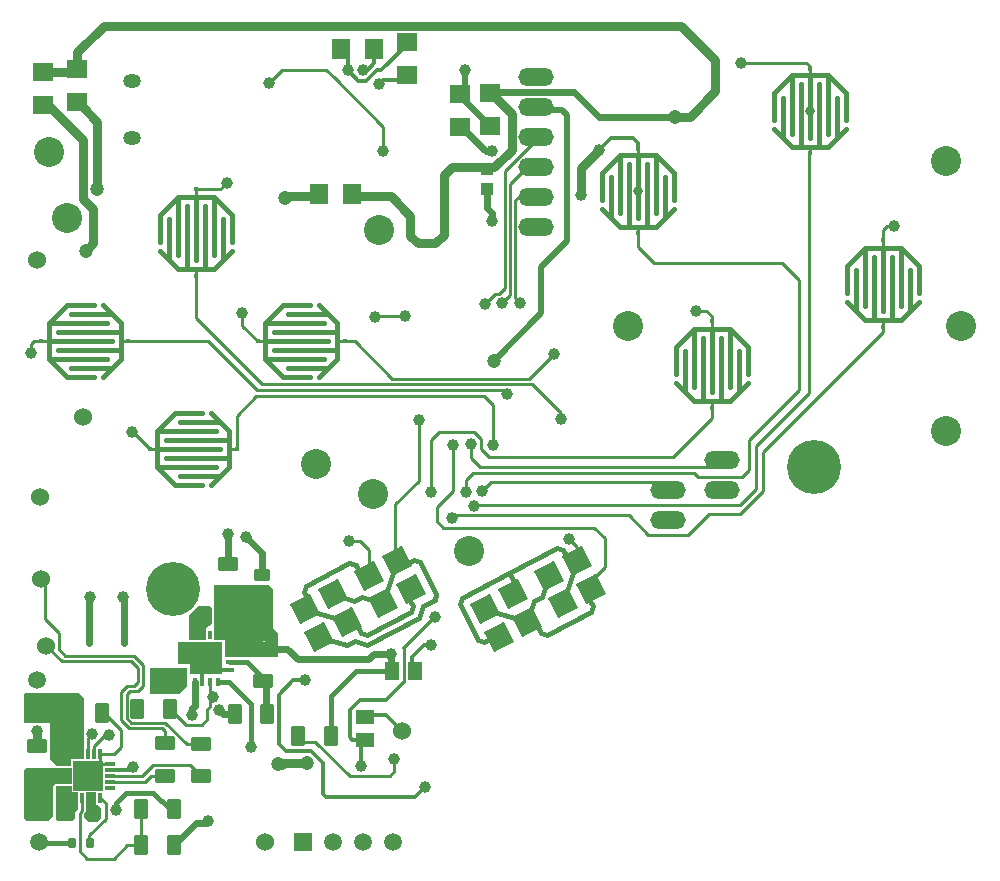
<source format=gtl>
G04 Layer_Physical_Order=1*
G04 Layer_Color=658098*
%FSLAX44Y44*%
%MOMM*%
G71*
G01*
G75*
%ADD10R,1.8001X1.5999*%
%ADD11C,1.5240*%
%ADD12R,0.4000X0.4000*%
%ADD13R,0.4000X0.4064*%
%ADD14R,0.4064X0.4000*%
G04:AMPARAMS|DCode=15|XSize=1.75mm|YSize=1.25mm|CornerRadius=0.3125mm|HoleSize=0mm|Usage=FLASHONLY|Rotation=270.000|XOffset=0mm|YOffset=0mm|HoleType=Round|Shape=RoundedRectangle|*
%AMROUNDEDRECTD15*
21,1,1.7500,0.6250,0,0,270.0*
21,1,1.1250,1.2500,0,0,270.0*
1,1,0.6250,-0.3125,-0.5625*
1,1,0.6250,-0.3125,0.5625*
1,1,0.6250,0.3125,0.5625*
1,1,0.6250,0.3125,-0.5625*
%
%ADD15ROUNDEDRECTD15*%
G04:AMPARAMS|DCode=16|XSize=1.75mm|YSize=1.25mm|CornerRadius=0.3125mm|HoleSize=0mm|Usage=FLASHONLY|Rotation=0.000|XOffset=0mm|YOffset=0mm|HoleType=Round|Shape=RoundedRectangle|*
%AMROUNDEDRECTD16*
21,1,1.7500,0.6250,0,0,0.0*
21,1,1.1250,1.2500,0,0,0.0*
1,1,0.6250,0.5625,-0.3125*
1,1,0.6250,-0.5625,-0.3125*
1,1,0.6250,-0.5625,0.3125*
1,1,0.6250,0.5625,0.3125*
%
%ADD16ROUNDEDRECTD16*%
G04:AMPARAMS|DCode=17|XSize=0.6mm|YSize=0.9mm|CornerRadius=0.15mm|HoleSize=0mm|Usage=FLASHONLY|Rotation=0.000|XOffset=0mm|YOffset=0mm|HoleType=Round|Shape=RoundedRectangle|*
%AMROUNDEDRECTD17*
21,1,0.6000,0.6000,0,0,0.0*
21,1,0.3000,0.9000,0,0,0.0*
1,1,0.3000,0.1500,-0.3000*
1,1,0.3000,-0.1500,-0.3000*
1,1,0.3000,-0.1500,0.3000*
1,1,0.3000,0.1500,0.3000*
%
%ADD17ROUNDEDRECTD17*%
%ADD18R,1.3000X1.5001*%
%ADD19R,1.5001X1.3000*%
G04:AMPARAMS|DCode=20|XSize=1.4mm|YSize=1.1mm|CornerRadius=0.275mm|HoleSize=0mm|Usage=FLASHONLY|Rotation=0.000|XOffset=0mm|YOffset=0mm|HoleType=Round|Shape=RoundedRectangle|*
%AMROUNDEDRECTD20*
21,1,1.4000,0.5500,0,0,0.0*
21,1,0.8500,1.1000,0,0,0.0*
1,1,0.5500,0.4250,-0.2750*
1,1,0.5500,-0.4250,-0.2750*
1,1,0.5500,-0.4250,0.2750*
1,1,0.5500,0.4250,0.2750*
%
%ADD20ROUNDEDRECTD20*%
%ADD21P,2.6941X4X72.5*%
%ADD22R,1.5999X1.8001*%
%ADD23R,1.0000X1.1001*%
%ADD24R,0.3500X0.8000*%
%ADD25R,0.8000X0.3500*%
%ADD26R,2.8000X2.8000*%
%ADD27R,0.3050X0.8130*%
%ADD28R,0.8130X0.3050*%
%ADD29R,2.5000X2.5000*%
%ADD30C,0.3000*%
%ADD31C,0.2540*%
%ADD32C,0.8000*%
%ADD33C,0.6000*%
%ADD34C,0.5000*%
%ADD35C,0.4064*%
%ADD36C,0.3500*%
%ADD37C,0.4000*%
%ADD38O,1.5000X1.2000*%
%ADD39O,3.0000X1.5000*%
%ADD40C,2.5400*%
%ADD41C,4.5720*%
%ADD42C,1.5000*%
%ADD43R,1.5000X1.5000*%
%ADD44R,1.5000X1.5000*%
%ADD45C,1.0000*%
%ADD46C,1.2000*%
%ADD47C,0.8000*%
%ADD48C,0.5000*%
G36*
X417000Y299500D02*
Y286462D01*
X412500Y283000D01*
Y282524D01*
X412476D01*
Y272750D01*
X398500D01*
X398250Y273000D01*
X398000Y273250D01*
Y285500D01*
Y293500D01*
X406000Y301500D01*
X415000D01*
X417000Y299500D01*
D02*
G37*
G36*
X469000Y315500D02*
X469000Y282250D01*
X473500Y277750D01*
X473500Y259250D01*
X472000Y258500D01*
X428024Y258500D01*
Y272524D01*
X428000D01*
Y272750D01*
X419024D01*
Y282524D01*
X419000D01*
Y288000D01*
Y318750D01*
X465750D01*
X469000Y315500D01*
D02*
G37*
G36*
X399933Y251951D02*
X388500Y251951D01*
X388500Y271000D01*
X399933D01*
X399933Y251951D01*
D02*
G37*
G36*
X396500Y233750D02*
X389750Y227000D01*
X364604D01*
X364500Y227250D01*
Y249000D01*
X396500D01*
Y233750D01*
D02*
G37*
G36*
X309250Y223000D02*
Y171504D01*
X298396D01*
Y171500D01*
X298250D01*
Y165756D01*
X286243D01*
X280250Y171750D01*
X280250Y202250D01*
X258959Y202250D01*
X258000Y203209D01*
Y226500D01*
X259500Y228000D01*
X304250Y228000D01*
X309250Y223000D01*
D02*
G37*
G36*
X298396Y150900D02*
X285500D01*
X285139Y150750D01*
X284750D01*
X284475Y150475D01*
X284334Y150416D01*
X284275Y150275D01*
X282500Y148500D01*
Y145250D01*
Y123000D01*
X278500Y119000D01*
X261000D01*
X258250Y121250D01*
Y162500D01*
X258750Y163000D01*
X260041Y164107D01*
X260041Y164107D01*
Y164107D01*
X298396D01*
Y150900D01*
D02*
G37*
G36*
Y143456D02*
X304250D01*
X304250Y129500D01*
X301500Y126750D01*
X301500Y121599D01*
X299750Y119492D01*
X287008D01*
X285500Y121000D01*
Y148500D01*
Y149250D01*
X298396D01*
Y143456D01*
D02*
G37*
G36*
X319531Y133091D02*
X320909D01*
X323500Y130500D01*
X323500Y121529D01*
X319971Y118000D01*
X312250D01*
X309250Y122500D01*
X309250Y125744D01*
X309354Y125848D01*
X309354Y125848D01*
X309972Y126772D01*
X310011Y126967D01*
X310500Y127750D01*
Y143456D01*
X319531D01*
Y133091D01*
D02*
G37*
%LPC*%
G36*
X461500Y271363D02*
X459735Y271012D01*
X458238Y270012D01*
X457239Y268515D01*
X457061Y267622D01*
X456488Y266765D01*
X456137Y265000D01*
X456488Y263235D01*
X457488Y261738D01*
X458985Y260739D01*
X460750Y260387D01*
X463250D01*
X465015Y260739D01*
X466512Y261738D01*
X467511Y263235D01*
X467863Y265000D01*
X467511Y266765D01*
X466512Y268262D01*
X464762Y270012D01*
X463265Y271012D01*
X461500Y271363D01*
D02*
G37*
G36*
X296250Y215353D02*
X294680Y215040D01*
X293349Y214151D01*
X292460Y212820D01*
X292147Y211250D01*
X292460Y209680D01*
X293349Y208349D01*
X294099Y207599D01*
X295430Y206709D01*
X297000Y206397D01*
X298570Y206709D01*
X299901Y207599D01*
X300791Y208930D01*
X301103Y210500D01*
X300791Y212070D01*
X299901Y213401D01*
X299151Y214151D01*
X297820Y215040D01*
X296250Y215353D01*
D02*
G37*
%LPD*%
D10*
X627250Y707000D02*
D03*
Y735001D02*
D03*
X303000Y728250D02*
D03*
Y756251D02*
D03*
X582750Y779000D02*
D03*
Y751000D02*
D03*
X274250Y753251D02*
D03*
Y725249D02*
D03*
X652750Y735751D02*
D03*
Y707749D02*
D03*
D11*
X578500Y195750D02*
D03*
X277000Y267750D02*
D03*
X272500Y324250D02*
D03*
X462250Y101750D02*
D03*
X272000Y393250D02*
D03*
X307750Y461000D02*
D03*
X268750Y594250D02*
D03*
D12*
X778250Y617440D02*
D03*
Y688560D02*
D03*
X923250Y684440D02*
D03*
Y755560D02*
D03*
D13*
X403750Y580420D02*
D03*
Y654080D02*
D03*
X840750Y468670D02*
D03*
Y542330D02*
D03*
X985520Y537210D02*
D03*
Y610870D02*
D03*
D14*
X529580Y525750D02*
D03*
X455920D02*
D03*
X346580Y526000D02*
D03*
X272920D02*
D03*
X438080Y434250D02*
D03*
X364420D02*
D03*
D15*
X490500Y191500D02*
D03*
X518000D02*
D03*
X324500Y210500D02*
D03*
X297000D02*
D03*
X381500Y214250D02*
D03*
X354000D02*
D03*
X464000Y209750D02*
D03*
X436500D02*
D03*
X385000Y99250D02*
D03*
X357500D02*
D03*
X385000Y129000D02*
D03*
X357500D02*
D03*
D16*
X430500Y309750D02*
D03*
Y337250D02*
D03*
X377500Y185000D02*
D03*
Y157500D02*
D03*
X408250Y184500D02*
D03*
Y157000D02*
D03*
X460750Y265000D02*
D03*
Y237500D02*
D03*
X269500Y155000D02*
D03*
Y182500D02*
D03*
D17*
X298750Y100250D02*
D03*
X313750D02*
D03*
D18*
X570000Y246250D02*
D03*
X589000D02*
D03*
D19*
X546500Y188250D02*
D03*
Y207250D02*
D03*
D20*
X460000Y327500D02*
D03*
Y310000D02*
D03*
D21*
X738442Y315743D02*
D03*
X726127Y339400D02*
D03*
X550070Y327085D02*
D03*
X573727Y339400D02*
D03*
X660713Y275280D02*
D03*
X684370Y287595D02*
D03*
X648398Y298937D02*
D03*
X672055Y311252D02*
D03*
X714785Y303428D02*
D03*
X738442Y315743D02*
D03*
X702470Y327085D02*
D03*
X726127Y339400D02*
D03*
X508313Y275280D02*
D03*
X495998Y298937D02*
D03*
X531970Y287595D02*
D03*
X519655Y311252D02*
D03*
X562385Y303428D02*
D03*
X550070Y327085D02*
D03*
X573727Y339400D02*
D03*
X586042Y315743D02*
D03*
D22*
X554501Y772500D02*
D03*
X526499D02*
D03*
X536001Y649750D02*
D03*
X507999D02*
D03*
D23*
X650250Y671249D02*
D03*
Y654251D02*
D03*
D24*
X422250Y277000D02*
D03*
X415750D02*
D03*
X409250D02*
D03*
X402750D02*
D03*
Y237000D02*
D03*
X409250D02*
D03*
X415750D02*
D03*
X422250D02*
D03*
D25*
X392500Y266750D02*
D03*
Y260250D02*
D03*
Y253750D02*
D03*
Y247250D02*
D03*
X432500D02*
D03*
Y253750D02*
D03*
Y260250D02*
D03*
Y266750D02*
D03*
D26*
X412500Y257000D02*
D03*
D27*
X302510Y138680D02*
D03*
X307340D02*
D03*
X312420D02*
D03*
X317500D02*
D03*
X322580D02*
D03*
X322330Y176280D02*
D03*
X317500D02*
D03*
X312420D02*
D03*
X307340D02*
D03*
X302510D02*
D03*
D28*
X331220Y147570D02*
D03*
Y152400D02*
D03*
Y157480D02*
D03*
Y162560D02*
D03*
Y167380D02*
D03*
X293620Y167390D02*
D03*
Y162560D02*
D03*
Y157480D02*
D03*
Y152400D02*
D03*
Y147570D02*
D03*
D29*
X312420Y157480D02*
D03*
D30*
X409250Y237000D02*
Y253750D01*
X324500Y205500D02*
Y207500D01*
X486250Y238250D02*
X495500D01*
X565000Y209250D02*
X578500Y195750D01*
X542500Y167000D02*
X543500Y166000D01*
X778250Y688560D02*
Y693250D01*
X774000Y697500D02*
X778250Y693250D01*
X554751Y761001D02*
Y774750D01*
X385000Y129000D02*
X385750D01*
X422250Y247250D02*
X432500D01*
X543500Y185250D02*
X546500Y188250D01*
X543500Y166000D02*
Y185250D01*
X587000Y246500D02*
Y258500D01*
X597000Y268500D01*
X603000D01*
X546500Y207250D02*
X548500Y209250D01*
X565000D01*
X558750Y743000D02*
X562250Y746500D01*
X588500D01*
X549250Y755500D02*
X554751Y761001D01*
X545000Y755500D02*
X549250D01*
X560750Y754750D02*
X585000Y779000D01*
X474000Y226000D02*
X486250Y238250D01*
X542473Y221500D02*
X564250D01*
X534000Y213027D02*
X542473Y221500D01*
X534000Y190250D02*
Y213027D01*
Y190250D02*
X536000Y188250D01*
X546500D01*
X579500Y265500D02*
X606250Y292250D01*
X564250Y221500D02*
X579500Y236750D01*
X754750Y697500D02*
X774000D01*
X744750Y687500D02*
X754750Y697500D01*
X474000Y184250D02*
Y226000D01*
X589000Y139500D02*
X597250Y147750D01*
X514250Y139500D02*
X589000D01*
X511250Y142500D02*
X514250Y139500D01*
X511250Y142500D02*
Y168750D01*
X501317Y178683D02*
X511250Y168750D01*
X495317Y178683D02*
X501317D01*
X474000Y184250D02*
X479567Y178683D01*
X495317D01*
X528500Y771749D02*
X532250Y767999D01*
Y754750D02*
Y767999D01*
Y754750D02*
X541250Y745750D01*
X557000Y754750D02*
X560750D01*
X541250Y745750D02*
X548000D01*
X557000Y754750D01*
D31*
X409250Y253750D02*
X412500Y257000D01*
X340250Y182000D02*
Y196500D01*
X329250Y207500D02*
X340250Y196500D01*
X324500Y207500D02*
X329250D01*
X326750Y191750D02*
X330250D01*
X317500Y182500D02*
X326750Y191750D01*
X317500Y176280D02*
Y182500D01*
X312420Y189670D02*
X316000Y193250D01*
X312420Y176280D02*
Y189670D01*
X334530Y176280D02*
X340250Y182000D01*
X322330Y176280D02*
X334530D01*
X322326Y167386D02*
Y176276D01*
X275648Y289930D02*
Y321200D01*
Y289930D02*
X287414Y278164D01*
X272500Y324250D02*
X275648Y321200D01*
X660543Y565543D02*
X665250Y570250D01*
X656543Y565543D02*
X660543D01*
X665250Y570250D02*
Y669750D01*
X648250Y557250D02*
X656543Y565543D01*
X533705Y356045D02*
X542455D01*
X550070Y348430D01*
Y327085D02*
Y348430D01*
X726127Y339400D02*
Y351123D01*
X741000Y367750D02*
X749750Y359000D01*
X613250Y367750D02*
X741000D01*
X607500Y373500D02*
X613250Y367750D01*
X749750Y334000D02*
Y359000D01*
X988500Y622750D02*
X994750D01*
X840750Y542330D02*
Y546500D01*
X836000Y551250D02*
X840750Y546500D01*
X827500Y551250D02*
X836000D01*
X985520Y619770D02*
X988500Y622750D01*
X985520Y610870D02*
Y619770D01*
X923250Y755560D02*
Y758250D01*
X920250Y761250D02*
X923250Y758250D01*
X865250Y761250D02*
X920250D01*
X443000Y538670D02*
Y549000D01*
Y538670D02*
X455920Y525750D01*
X424330Y654080D02*
X430000Y659750D01*
X403750Y654080D02*
X424330D01*
X266500Y526000D02*
X272920D01*
X264000Y523500D02*
X266500Y526000D01*
X264000Y515250D02*
Y523500D01*
X350000Y448250D02*
X350420D01*
X364420Y434250D01*
X778250Y617440D02*
Y622520D01*
Y683480D02*
Y688560D01*
X923250Y684440D02*
Y689520D01*
Y750480D02*
Y755560D01*
X403750Y580420D02*
Y586770D01*
Y647730D02*
Y654080D01*
X523230Y525750D02*
X529580D01*
X455920D02*
X462270D01*
X340230Y526000D02*
X346580D01*
X272920D02*
X279270D01*
X431730Y434250D02*
X438080D01*
X364420D02*
X370770D01*
X840750Y468670D02*
Y475020D01*
Y535980D02*
Y542330D01*
X985520Y537210D02*
Y543560D01*
Y604520D02*
Y610870D01*
X571750Y161250D02*
Y171750D01*
X567750Y157250D02*
X571750Y161250D01*
X313500Y107500D02*
X327250Y121250D01*
X313500Y103000D02*
Y107500D01*
X331216Y157206D02*
Y157480D01*
X307340Y127862D02*
Y138684D01*
X311500Y87500D02*
X334250D01*
X345750Y99000D01*
X357250D01*
X357500Y99250D01*
Y129000D01*
X305250Y125772D02*
X307340Y127862D01*
X331216Y152400D02*
X360900D01*
X366000Y157500D01*
X377500D01*
X322326Y167386D02*
X331216D01*
X287414Y264500D02*
Y278164D01*
X345706Y233706D02*
X351077D01*
X354544Y237173D01*
X347750Y229500D02*
X354500D01*
X381500Y214250D02*
X395000Y200750D01*
X408500D01*
X327250Y121250D02*
Y134268D01*
X322500Y139018D02*
X327250Y134268D01*
X322500Y139018D02*
Y140250D01*
X738442Y315743D02*
Y322692D01*
X749750Y334000D01*
X556000Y546500D02*
X580500D01*
X555750Y546250D02*
X556000Y546500D01*
X778250Y605250D02*
X791750Y591750D01*
X778250Y605250D02*
Y617440D01*
X840750Y460250D02*
Y475020D01*
X807750Y427250D02*
X840750Y460250D01*
X622794Y377956D02*
X770044D01*
X620838Y376000D02*
X622794Y377956D01*
X620750Y376000D02*
X620838D01*
X573727Y339400D02*
Y343273D01*
X644250Y419250D02*
X843800D01*
X632000Y398000D02*
Y407750D01*
X652250Y427250D02*
X807750D01*
X645250Y434250D02*
X652250Y427250D01*
X645250Y434250D02*
Y443000D01*
X639500Y448750D02*
X645250Y443000D01*
X636500Y427000D02*
X644250Y419250D01*
X636500Y427000D02*
Y438250D01*
X609750Y448750D02*
X639500D01*
X607500Y373500D02*
Y385000D01*
X621000Y398500D01*
Y438000D01*
X592250Y407250D02*
Y459000D01*
X572250Y387250D02*
X592250Y407250D01*
X572250Y342250D02*
X575000Y339500D01*
X572250Y342250D02*
Y387250D01*
X562500Y686500D02*
Y706978D01*
X520706Y748772D02*
X562500Y706978D01*
X520706Y748772D02*
Y748794D01*
X514000Y755500D02*
X520706Y748794D01*
X466000Y744500D02*
X477000Y755500D01*
X514000D01*
X403750Y545000D02*
X459500Y489250D01*
X579500Y236750D02*
Y265500D01*
X646750Y558750D02*
X648250Y557250D01*
X403750Y545000D02*
Y580420D01*
X346580Y526000D02*
X414250D01*
X455750Y484500D01*
X644750Y484500D01*
X685750Y493750D02*
X707000Y515000D01*
X529580Y525750D02*
X538000D01*
X570000Y493750D01*
X685750D01*
X644750Y484500D02*
X663500D01*
X667500Y480500D01*
X655000Y438000D02*
Y471750D01*
X459500Y489250D02*
X688000D01*
X712500Y464750D01*
Y459750D02*
Y464750D01*
X305250Y93750D02*
X311500Y87500D01*
X305250Y93750D02*
Y125772D01*
X344956Y206173D02*
X348815Y202314D01*
X344956Y206173D02*
Y226706D01*
X347750Y229500D01*
X340500Y204882D02*
X347132Y198250D01*
X340500Y204882D02*
Y228500D01*
X345706Y233706D01*
X347132Y198250D02*
X374750D01*
X377500Y195500D01*
Y185000D02*
Y195500D01*
X348815Y202314D02*
X377936D01*
X395750Y184500D01*
X408250D01*
X354500Y229500D02*
X358750Y233750D01*
X354544Y237173D02*
Y249119D01*
X358750Y233750D02*
Y251250D01*
X408500Y200750D02*
X413000Y205250D01*
Y213547D01*
X415750Y216297D01*
Y237000D01*
X490773Y189703D02*
X494227Y186250D01*
X504750D01*
X533750Y157250D01*
X567750D01*
X829000Y410250D02*
X866250D01*
X843800Y419250D02*
X849500Y424950D01*
X770044Y377956D02*
X786500Y361500D01*
X639500Y387000D02*
X864500D01*
X786500Y361500D02*
X820500D01*
X866250Y410250D02*
X872250Y416250D01*
X820500Y361500D02*
X838000Y379000D01*
X864500D01*
X883750Y398250D01*
X872250Y416250D02*
Y441750D01*
X864500Y387000D02*
X878250Y400750D01*
Y437000D01*
X673956Y561794D02*
X678250Y557500D01*
X662749Y557749D02*
X669500Y564500D01*
X665250Y669750D02*
X692975Y697475D01*
X669500Y564500D02*
Y658750D01*
X684050Y673300D01*
X691750D01*
X673956Y561794D02*
Y644956D01*
X676900Y647900D01*
X691750D01*
X603000Y398000D02*
Y442000D01*
X609750Y448750D01*
X438080Y434250D02*
Y462330D01*
X455000Y479250D01*
X647500D01*
X655000Y471750D01*
X277000Y267750D02*
X290000Y254750D01*
X348913D01*
X354544Y249119D01*
X351000Y259000D02*
X358750Y251250D01*
X287414Y264500D02*
X292914Y259000D01*
X351000D01*
X331216Y157206D02*
X357706D01*
X367044Y166544D01*
X398706D01*
X408250Y157000D01*
X872250Y441750D02*
X914500Y484000D01*
X878250Y437000D02*
X923000Y481750D01*
Y684440D01*
X985520Y533270D02*
Y537210D01*
X883750Y398250D02*
Y431500D01*
X985520Y533270D01*
X791750Y591750D02*
X900250D01*
X914500Y577500D01*
Y484000D02*
Y577500D01*
X632000Y407750D02*
X638250Y414000D01*
X825250D01*
X829000Y410250D01*
X719250Y358000D02*
X726127Y351123D01*
X646000Y398500D02*
X653500Y406000D01*
X797450D01*
X803750Y399700D01*
D32*
X478000Y168250D02*
X498000D01*
X476750Y167000D02*
X478000Y168250D01*
X729500Y649250D02*
Y671750D01*
X269500Y182500D02*
Y195000D01*
X479500Y648250D02*
X507999D01*
X479500D02*
X480375Y647375D01*
X809000Y715500D02*
X821750D01*
X843500Y737250D01*
X303000Y752750D02*
Y770250D01*
X302500Y753251D02*
X303000Y752750D01*
X274250Y753251D02*
X302500D01*
X843500Y737250D02*
Y763500D01*
X814250Y792750D02*
X843500Y763500D01*
X325500Y792750D02*
X814250D01*
X303000Y724750D02*
X307001D01*
X320250Y711500D01*
X308250Y646000D02*
Y695500D01*
X317000Y609000D02*
Y637250D01*
X308250Y646000D02*
X317000Y637250D01*
X320250Y654750D02*
Y711500D01*
X274250Y725249D02*
X278500D01*
X308250Y695500D01*
X729500Y671750D02*
X745000Y687250D01*
X303000Y770250D02*
X325500Y792750D01*
X671024Y687775D02*
Y717976D01*
X652750Y736250D02*
X671024Y717976D01*
X656500Y673250D02*
X671024Y687775D01*
X591500Y608500D02*
X606500D01*
X613500Y615500D01*
Y666500D01*
X620250Y673250D01*
X656500D01*
X310250Y602250D02*
X317000Y609000D01*
X536001Y648250D02*
X568500D01*
X585250Y631500D01*
Y614750D02*
Y631500D01*
Y614750D02*
X591500Y608500D01*
D33*
X569000Y247250D02*
Y260750D01*
X381750Y129000D02*
X385000D01*
X354000Y214250D02*
Y217500D01*
X463250Y209500D02*
X463500Y209250D01*
X400500D02*
Y214750D01*
X402750Y217000D01*
X463250Y209500D02*
Y237500D01*
X744750Y715500D02*
X809000D01*
X402750Y217000D02*
Y237000D01*
X427000Y209750D02*
X436500D01*
X423500Y213250D02*
X427000Y209750D01*
X430500Y337250D02*
Y362000D01*
X460000Y327500D02*
Y346250D01*
X490000Y256000D02*
X549750D01*
X554500Y260750D01*
X569000D01*
X460750Y265000D02*
X463250D01*
X461500Y266750D02*
X463250Y265000D01*
X481000D02*
X490000Y256000D01*
X463250Y265000D02*
X481000D01*
X446250Y360000D02*
X460000Y346250D01*
X343000Y270250D02*
Y307250D01*
X341750Y308500D02*
X343000Y307250D01*
X313250Y269750D02*
Y309000D01*
X385000Y99250D02*
X403500Y117750D01*
X412750D01*
X414000Y119000D01*
X654750Y627000D02*
Y634000D01*
X628500Y707250D02*
X649500Y686250D01*
X654250D01*
X652750Y736250D02*
X724000D01*
X744750Y715500D01*
X650250Y638500D02*
X654750Y634000D01*
X650250Y638500D02*
Y654251D01*
D34*
X713650Y721350D02*
X718250Y716750D01*
Y610250D02*
Y716750D01*
X696000Y588000D02*
X718250Y610250D01*
X694250Y721350D02*
X713650D01*
X296250Y211250D02*
X297000Y210500D01*
X631250Y736750D02*
Y754750D01*
X628500Y732499D02*
X653750Y707250D01*
X628500Y732499D02*
Y735250D01*
X656000Y509000D02*
X696000Y549000D01*
Y588000D01*
D35*
X793490Y622520D02*
X801110Y630140D01*
X755390D02*
X763010Y622520D01*
Y683480D02*
X778250D01*
X793490D01*
X801110Y630140D02*
Y664430D01*
X793490Y633950D02*
Y683480D01*
X785870Y622520D02*
Y675860D01*
X778250Y630140D02*
Y683480D01*
X770630Y622520D02*
Y675860D01*
X763010Y633950D02*
Y683480D01*
X755390Y630140D02*
Y664430D01*
X793490Y683480D02*
X808730Y668240D01*
Y645380D02*
Y668240D01*
X747770D02*
X763010Y683480D01*
X747770Y645380D02*
Y668240D01*
X801110Y630140D02*
X808730Y637760D01*
X747770D02*
X755390Y630140D01*
X763010Y622520D02*
X770630D01*
X785870D02*
X793490D01*
X770630D02*
X785870D01*
X938490Y689520D02*
X946110Y697140D01*
X900390D02*
X908010Y689520D01*
Y750480D02*
X923250D01*
X938490D01*
X946110Y697140D02*
Y731430D01*
X938490Y700950D02*
Y750480D01*
X930870Y689520D02*
Y742860D01*
X923250Y697140D02*
Y750480D01*
X915630Y689520D02*
Y742860D01*
X908010Y700950D02*
Y750480D01*
X900390Y697140D02*
Y731430D01*
X938490Y750480D02*
X953730Y735240D01*
Y712380D02*
Y735240D01*
X892770D02*
X908010Y750480D01*
X892770Y712380D02*
Y735240D01*
X946110Y697140D02*
X953730Y704760D01*
X892770D02*
X900390Y697140D01*
X908010Y689520D02*
X915630D01*
X930870D02*
X938490D01*
X373270Y602010D02*
X380890Y594390D01*
X426610D02*
X434230Y602010D01*
X373270Y632490D02*
X388510Y647730D01*
X434230Y609630D02*
Y632490D01*
X418990Y647730D02*
X434230Y632490D01*
X380890Y594390D02*
Y628680D01*
X388510Y598200D02*
Y647730D01*
X396130Y586770D02*
Y640110D01*
X403750Y594390D02*
Y647730D01*
X411370Y586770D02*
Y640110D01*
X418990Y598200D02*
Y647730D01*
X426610Y594390D02*
Y628680D01*
X403750Y647730D02*
X418990D01*
X388510D02*
X403750D01*
X380890Y594390D02*
X388510Y586770D01*
X396130D01*
X411370D01*
X418990D01*
X426610Y594390D01*
X507990Y495270D02*
X515610Y502890D01*
X507990Y556230D02*
X515610Y548610D01*
X477510Y495270D02*
X500370D01*
X462270Y510510D02*
X477510Y495270D01*
Y556230D02*
X500370D01*
X462270Y540990D02*
X477510Y556230D01*
X481320Y502890D02*
X515610D01*
X462270Y510510D02*
X511800D01*
X469890Y518130D02*
X523230D01*
X462270Y525750D02*
X515610D01*
X469890Y533370D02*
X523230D01*
X462270Y540990D02*
X511800D01*
X481320Y548610D02*
X515610D01*
X462270Y525750D02*
Y540990D01*
Y510510D02*
Y525750D01*
X515610Y502890D02*
X523230Y510510D01*
Y518130D01*
Y533370D02*
Y540990D01*
X515610Y548610D02*
X523230Y540990D01*
X324990Y495520D02*
X332610Y503140D01*
X324990Y556480D02*
X332610Y548860D01*
X294510Y495520D02*
X317370D01*
X279270Y510760D02*
X294510Y495520D01*
Y556480D02*
X317370D01*
X279270Y541240D02*
X294510Y556480D01*
X298320Y503140D02*
X332610D01*
X279270Y510760D02*
X328800D01*
X286890Y518380D02*
X340230D01*
X279270Y526000D02*
X332610D01*
X286890Y533620D02*
X340230D01*
X279270Y541240D02*
X328800D01*
X298320Y548860D02*
X332610D01*
X279270Y526000D02*
Y541240D01*
Y510760D02*
Y526000D01*
X332610Y503140D02*
X340230Y510760D01*
Y518380D01*
Y533620D02*
Y541240D01*
X332610Y548860D02*
X340230Y541240D01*
X416490Y403770D02*
X424110Y411390D01*
X416490Y464730D02*
X424110Y457110D01*
X386010Y403770D02*
X408870D01*
X370770Y419010D02*
X386010Y403770D01*
Y464730D02*
X408870D01*
X370770Y449490D02*
X386010Y464730D01*
X389820Y411390D02*
X424110D01*
X370770Y419010D02*
X420300D01*
X378390Y426630D02*
X431730D01*
X370770Y434250D02*
X424110D01*
X378390Y441870D02*
X431730D01*
X370770Y449490D02*
X420300D01*
X389820Y457110D02*
X424110D01*
X370770Y434250D02*
Y449490D01*
Y419010D02*
Y434250D01*
X424110Y411390D02*
X431730Y419010D01*
Y426630D01*
Y441870D01*
Y449490D01*
X424110Y457110D02*
X431730Y449490D01*
X810270Y490260D02*
X817890Y482640D01*
X863610D02*
X871230Y490260D01*
X810270Y497880D02*
Y520740D01*
X825510Y535980D01*
X871230Y497880D02*
Y520740D01*
X855990Y535980D02*
X871230Y520740D01*
X817890Y482640D02*
Y516930D01*
X825510Y486450D02*
Y535980D01*
X833130Y475020D02*
Y528360D01*
X840750Y482640D02*
Y535980D01*
X848370Y475020D02*
Y528360D01*
X855990Y486450D02*
Y535980D01*
X863610Y482640D02*
Y516930D01*
X840750Y535980D02*
X855990D01*
X825510D02*
X840750D01*
X817890Y482640D02*
X825510Y475020D01*
X833130D01*
X848370D01*
X855990D01*
X863610Y482640D01*
X955040Y558800D02*
X962660Y551180D01*
X1008380D02*
X1016000Y558800D01*
X955040Y566420D02*
Y589280D01*
X970280Y604520D01*
X1016000Y566420D02*
Y589280D01*
X1000760Y604520D02*
X1016000Y589280D01*
X962660Y551180D02*
Y585470D01*
X970280Y554990D02*
Y604520D01*
X977900Y543560D02*
Y596900D01*
X985520Y551180D02*
Y604520D01*
X993140Y543560D02*
Y596900D01*
X1000760Y554990D02*
Y604520D01*
X1008380Y551180D02*
Y585470D01*
X985520Y604520D02*
X1000760D01*
X970280D02*
X985520D01*
X962660Y551180D02*
X970280Y543560D01*
X977900D01*
X993140D02*
X1000760D01*
X1008380Y551180D01*
X642866Y272433D02*
X648005Y270812D01*
X627033Y302848D02*
X642866Y272433D01*
X648005Y270812D02*
X651385Y272572D01*
X627033Y302848D02*
X628653Y307987D01*
X656106Y296506D02*
X676662Y290025D01*
X628653Y307987D02*
X669207Y329098D01*
X674485Y318960D01*
X686800Y295303D02*
X690041Y305581D01*
X669207Y329098D02*
X709762Y350210D01*
X692078Y285165D02*
X695596Y278406D01*
X700735Y276785D01*
X737910Y296137D01*
X736011Y308035D02*
X739530Y301276D01*
X737910Y296137D02*
X739530Y301276D01*
X690041Y305581D02*
X696799Y309099D01*
X700040Y319377D01*
X709762Y350210D02*
X714900Y348589D01*
X718419Y341830D01*
X717216Y311137D02*
X723697Y331692D01*
X516021Y272850D02*
X531437Y267989D01*
X503706Y296506D02*
X524262Y290025D01*
X531437Y267989D02*
X538196Y271508D01*
X548474Y268267D01*
X494910Y313404D02*
X496530Y318543D01*
X494910Y313404D02*
X498429Y306645D01*
X496530Y318543D02*
X533705Y337895D01*
X527363Y308821D02*
X537640Y305581D01*
X544399Y309099D01*
X533705Y337895D02*
X538844Y336274D01*
X542362Y329515D01*
X539678Y285165D02*
X543196Y278406D01*
X548335Y276785D01*
X585510Y296137D01*
X548474Y268267D02*
X592408Y291138D01*
X585510Y296137D02*
X587130Y301276D01*
X583611Y308035D02*
X587130Y301276D01*
X592408Y291138D02*
X595648Y301415D01*
X605787Y306693D01*
X544399Y309099D02*
X554677Y305859D01*
X564816Y311137D02*
X571297Y331692D01*
X605787Y306693D02*
X607407Y311832D01*
X581435Y336969D02*
X588194Y340488D01*
X593333Y338868D02*
X607407Y311832D01*
X588194Y340488D02*
X593333Y338868D01*
X340230Y518380D02*
Y533620D01*
X523230Y518130D02*
Y533370D01*
X977900Y543560D02*
X993140D01*
X915630Y689520D02*
X930870D01*
X373270Y609630D02*
Y632490D01*
D36*
X331216Y162560D02*
X349750D01*
D37*
X271860Y100250D02*
X298750D01*
X270510Y101600D02*
X271860Y100250D01*
X335750Y128500D02*
Y134500D01*
X344500Y143250D01*
X367500D01*
X381750Y129000D01*
X432500Y253750D02*
X447000D01*
X463250Y237500D01*
X422750Y237000D02*
X431500D01*
X450000Y218500D01*
Y181750D02*
Y218500D01*
X539250Y246250D02*
X570000D01*
X518000Y191500D02*
Y225000D01*
X539250Y246250D01*
D38*
X350000Y746050D02*
D03*
Y697250D02*
D03*
D39*
X849500Y424950D02*
D03*
Y399550D02*
D03*
X803750Y399700D02*
D03*
Y374300D02*
D03*
X691750Y622500D02*
D03*
Y647900D02*
D03*
Y673300D02*
D03*
Y698700D02*
D03*
Y724100D02*
D03*
Y749500D02*
D03*
D40*
X1051560Y538480D02*
D03*
X769620D02*
D03*
X1038860Y449580D02*
D03*
Y678180D02*
D03*
X294640Y629920D02*
D03*
X505460Y421640D02*
D03*
X553720Y396240D02*
D03*
X558800Y619760D02*
D03*
X279400Y685800D02*
D03*
X635000Y347980D02*
D03*
D41*
X927100Y419100D02*
D03*
X384000Y316000D02*
D03*
D42*
X269000Y238900D02*
D03*
X270510Y101600D02*
D03*
X519900Y101250D02*
D03*
X545300D02*
D03*
X570700D02*
D03*
D43*
X269000Y213500D02*
D03*
X270510Y127000D02*
D03*
D44*
X494500Y101250D02*
D03*
D45*
X330250Y191750D02*
D03*
X316000Y193250D02*
D03*
X495750Y238250D02*
D03*
X597250Y147750D02*
D03*
X569000Y260750D02*
D03*
X606250Y292250D02*
D03*
X533705Y356045D02*
D03*
X994750Y622750D02*
D03*
X350000Y448250D02*
D03*
X264000Y515250D02*
D03*
X430000Y659750D02*
D03*
X443000Y549000D02*
D03*
X729500Y649250D02*
D03*
X865250Y761250D02*
D03*
X827500Y551250D02*
D03*
X558750Y743000D02*
D03*
X269000Y195500D02*
D03*
X316500Y124750D02*
D03*
X646000Y398500D02*
D03*
X350250Y165000D02*
D03*
X335750Y128500D02*
D03*
X400500Y209250D02*
D03*
X450000Y181750D02*
D03*
X655000Y438000D02*
D03*
X571750Y171750D02*
D03*
X543500Y166000D02*
D03*
X603000Y268500D02*
D03*
X639500Y385750D02*
D03*
X712500Y459750D02*
D03*
X707000Y515000D02*
D03*
X580500Y546500D02*
D03*
X555750Y546250D02*
D03*
X632000Y398000D02*
D03*
X603000D02*
D03*
X620750Y376000D02*
D03*
X636500Y438250D02*
D03*
X621000Y438000D02*
D03*
X592250Y459000D02*
D03*
X631250Y754750D02*
D03*
X545000Y755500D02*
D03*
X562500Y686500D02*
D03*
X466000Y744500D02*
D03*
X667500Y480500D02*
D03*
X662749Y557749D02*
D03*
X678250Y557500D02*
D03*
X648250Y557250D02*
D03*
X423500Y213250D02*
D03*
X418000Y224500D02*
D03*
X446250Y360000D02*
D03*
X431000Y362000D02*
D03*
X341750Y308500D02*
D03*
X414000Y119000D02*
D03*
X654750Y627000D02*
D03*
X744750Y687500D02*
D03*
X654250Y686250D02*
D03*
X532250Y754750D02*
D03*
X313750Y309000D02*
D03*
X719250Y358000D02*
D03*
D46*
X374500Y239500D02*
D03*
X498000Y168250D02*
D03*
X457750Y289000D02*
D03*
X437000Y287750D02*
D03*
X408000Y291250D02*
D03*
X293250Y126500D02*
D03*
X656000Y509000D02*
D03*
X809000Y715500D02*
D03*
X320250Y654750D02*
D03*
X473000Y167750D02*
D03*
X479500Y646500D02*
D03*
X310250Y602250D02*
D03*
D47*
X778250Y653000D02*
D03*
X923250Y720000D02*
D03*
D48*
X422660Y257000D02*
D03*
X412500D02*
D03*
X402340D02*
D03*
Y267160D02*
D03*
Y246840D02*
D03*
X412500Y267160D02*
D03*
Y246840D02*
D03*
X422660Y267160D02*
D03*
Y246840D02*
D03*
X312420Y157480D02*
D03*
Y149860D02*
D03*
Y165100D02*
D03*
X304800Y149860D02*
D03*
Y157480D02*
D03*
Y165100D02*
D03*
X320040D02*
D03*
Y157480D02*
D03*
Y149860D02*
D03*
M02*

</source>
